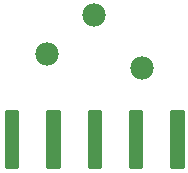
<source format=gts>
G04 #@! TF.FileFunction,Soldermask,Top*
%FSLAX46Y46*%
G04 Gerber Fmt 4.6, Leading zero omitted, Abs format (unit mm)*
G04 Created by KiCad (PCBNEW 4.0.7-e2-6376~58~ubuntu16.04.1) date Tue Apr  3 19:40:46 2018*
%MOMM*%
%LPD*%
G01*
G04 APERTURE LIST*
%ADD10C,0.100000*%
%ADD11C,1.981200*%
%ADD12C,0.254000*%
G04 APERTURE END LIST*
D10*
D11*
X139700000Y-114300000D03*
X135700000Y-117550000D03*
X143700000Y-118800000D03*
D12*
G36*
X133173000Y-127173000D02*
X132227000Y-127173000D01*
X132227000Y-122427000D01*
X133173000Y-122427000D01*
X133173000Y-127173000D01*
X133173000Y-127173000D01*
G37*
X133173000Y-127173000D02*
X132227000Y-127173000D01*
X132227000Y-122427000D01*
X133173000Y-122427000D01*
X133173000Y-127173000D01*
G36*
X136673000Y-127173000D02*
X135727000Y-127173000D01*
X135727000Y-122427000D01*
X136673000Y-122427000D01*
X136673000Y-127173000D01*
X136673000Y-127173000D01*
G37*
X136673000Y-127173000D02*
X135727000Y-127173000D01*
X135727000Y-122427000D01*
X136673000Y-122427000D01*
X136673000Y-127173000D01*
G36*
X140173000Y-127173000D02*
X139227000Y-127173000D01*
X139227000Y-122427000D01*
X140173000Y-122427000D01*
X140173000Y-127173000D01*
X140173000Y-127173000D01*
G37*
X140173000Y-127173000D02*
X139227000Y-127173000D01*
X139227000Y-122427000D01*
X140173000Y-122427000D01*
X140173000Y-127173000D01*
G36*
X143673000Y-127173000D02*
X142727000Y-127173000D01*
X142727000Y-122427000D01*
X143673000Y-122427000D01*
X143673000Y-127173000D01*
X143673000Y-127173000D01*
G37*
X143673000Y-127173000D02*
X142727000Y-127173000D01*
X142727000Y-122427000D01*
X143673000Y-122427000D01*
X143673000Y-127173000D01*
G36*
X147173000Y-127173000D02*
X146227000Y-127173000D01*
X146227000Y-122427000D01*
X147173000Y-122427000D01*
X147173000Y-127173000D01*
X147173000Y-127173000D01*
G37*
X147173000Y-127173000D02*
X146227000Y-127173000D01*
X146227000Y-122427000D01*
X147173000Y-122427000D01*
X147173000Y-127173000D01*
M02*

</source>
